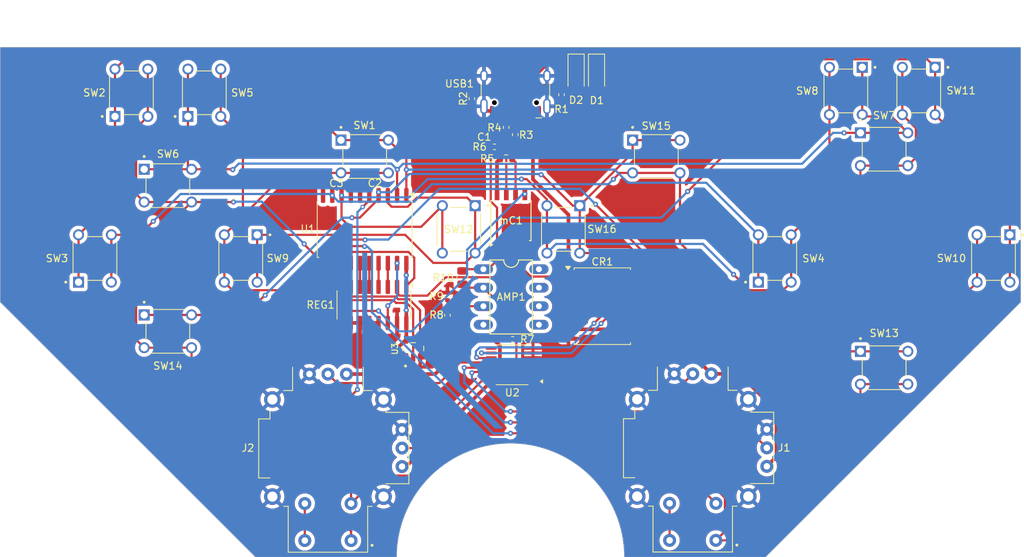
<source format=kicad_pcb>
(kicad_pcb (version 20240108) (generator "pcbnew") (generator_version "8.0")
  (title_block (title "Open Game Pad PS-Like Layout PCB"))
  (layers (0 "F.Cu" signal) (31 "B.Cu" power) (34 "B.Paste" user) (35 "F.Paste" user) (36 "B.SilkS" user "B.Silkscreen") (37 "F.SilkS" user "F.Silkscreen") (38 "B.Mask" user) (39 "F.Mask" user) (44 "Edge.Cuts" user))
  (net 0 "")
  (net 1 "GND")
  (net 2 "+5V")
  (net 3 "/CLK")
  (net 4 "Net-(D1-K)")
  (net 5 "Net-(D2-K)")
  (net 6 "Net-(J1-V)")
  (net 7 "/Y5")
  (net 8 "/X1")
  (net 9 "Net-(J1-H)")
  (net 10 "Net-(J2-V)")
  (net 11 "Net-(J2-H)")
  (net 12 "/X2")
  (net 13 "Net-(mC1-~{RESET}{slash}PB5)")
  (net 14 "/DIN")
  (net 15 "Net-(mC1-PB2)")
  (net 16 "/AIN")
  (net 17 "Net-(mC1-PB1)")
  (net 18 "Net-(REG1-~{PL})")
  (net 19 "/Y1")
  (net 20 "/X3")
  (net 21 "/X4")
  (net 22 "/Y2")
  (net 23 "/Y3")
  (net 24 "/Y4")
  (net 25 "Net-(U1-XOE)")
  (net 27 "Net-(USB1-CC1)")
  (net 28 "Net-(USB1-CC2)")
  (net 29 "Net-(U1-OSC)")
  (net 30 "Net-(U1-KBM)")
  (net 33 "Net-(CR1-Q0)")
  (net 34 "Net-(CR1-Q1)")
  (net 36 "Net-(U2-A)")
  (net 38 "Net-(REG1-D3)")
  (net 39 "Net-(REG1-D5)")
  (net 40 "Net-(REG1-D6)")
  (net 41 "Net-(REG1-D4)")
  (net 42 "Net-(REG1-D7)")
  (net 45 "Net-(AMP1-Pad3)")
  (net 46 "Net-(AMP1-Pad2)")
  (footprint "Package_SO:SOIC-16_3.9x9.9mm_P1.27mm" (layer "F.Cu") (at 126.265 90.375 -90)
    (property "Reference" "REG1")
    (property "Value" "74HC165")
  )
  (footprint "Capacitor_SMD:C_0201_0603Metric" (layer "F.Cu") (at 122.77 73.66 180)
    (property "Reference" "C3")
    (property "Value" "0.1 mkF")
  )
  (footprint "Diode_SMD:D_MiniMELF" (layer "F.Cu") (at 156.8 58.6 -90)
    (property "Reference" "D1")
    (property "Value" "3v6")
  )
  (footprint "Capacitor_SMD:C_0201_0603Metric" (layer "F.Cu") (at 124.68 73.66)
    (property "Reference" "C2")
    (property "Value" "0.01 mkF")
  )
  (footprint "Diode_SMD:D_MiniMELF" (layer "F.Cu") (at 154 58.6 -90)
    (property "Reference" "D2")
    (property "Value" "3v6")
  )
  (footprint "Resistor_SMD:R_0402_1005Metric" (layer "F.Cu") (at 136.35 89.2 90)
    (property "Reference" "R9")
    (property "Value" "R 4.7K")
  )
  (footprint "Resistor_SMD:R_0805_2012Metric" (layer "F.Cu") (at 138.4 86.625 -90)
    (property "Reference" "R10")
    (property "Value" "R 10K")
  )
  (footprint "TS02-66-95-BK-260-LCR-D:SW_TS02-66-95-BK-260-LCR-D" (layer "F.Cu") (at 196.25 99)
    (property "Reference" "SW13")
    (property "Value" "~")
  )
  (footprint "TS02-66-95-BK-260-LCR-D:SW_TS02-66-95-BK-260-LCR-D" (layer "F.Cu") (at 125 70)
    (property "Reference" "SW1")
    (property "Value" "~")
  )
  (footprint "TS02-66-95-BK-260-LCR-D:SW_TS02-66-95-BK-260-LCR-D" (layer "F.Cu") (at 211.25 84 -90)
    (property "Reference" "SW10")
    (property "Value" "~")
  )
  (footprint "TS02-66-95-BK-260-LCR-D:SW_TS02-66-95-BK-260-LCR-D" (layer "F.Cu") (at 196.25 69)
    (property "Reference" "SW7")
    (property "Value" "~")
  )
  (footprint "Package_SO:SOIC-20W_7.5x12.8mm_P1.27mm" (layer "F.Cu") (at 125 80 -90)
    (property "Reference" "U1")
    (property "Value" "MM74C923")
  )
  (footprint "TS02-66-95-BK-260-LCR-D:SW_TS02-66-95-BK-260-LCR-D" (layer "F.Cu") (at 103 61.25 90)
    (property "Reference" "SW5")
    (property "Value" "~")
  )
  (footprint "Package_SO:SOIC-8W_5.3x5.3mm_P1.27mm" (layer "F.Cu") (at 145.06 78.8 90)
    (property "Reference" "mC1")
    (property "Value" "ATtiny85V-20u")
  )
  (footprint "COM-09032:XDCR_COM-09032" (layer "F.Cu") (at 119.96 110.0275 180)
    (property "Reference" "J2")
    (property "Value" "COM-09032")
  )
  (footprint "TS02-66-95-BK-260-LCR-D:SW_TS02-66-95-BK-260-LCR-D" (layer "F.Cu") (at 152.25 80 -90)
    (property "Reference" "SW16")
    (property "Value" "~")
  )
  (footprint "Resistor_SMD:R_0402_1005Metric" (layer "F.Cu") (at 152 61.51 90)
    (property "Reference" "R1")
    (property "Value" "R 5.1K")
  )
  (footprint "Capacitor_SMD:C_0201_0603Metric" (layer "F.Cu") (at 142.96 67.32 180)
    (property "Reference" "C1")
    (property "Value" "100nF")
  )
  (footprint "Resistor_SMD:R_0402_1005Metric" (layer "F.Cu") (at 136.35 91.79 90)
    (property "Reference" "R8")
    (property "Value" "R 4.7K")
  )
  (footprint "TS02-66-95-BK-260-LCR-D:SW_TS02-66-95-BK-260-LCR-D" (layer "F.Cu") (at 201 61 -90)
    (property "Reference" "SW11")
    (property "Value" "~")
  )
  (footprint "Package_SO:TSSOP-16_4.4x5mm_P0.65mm" (layer "F.Cu") (at 145.2225 98.6 180)
    (property "Reference" "U2")
    (property "Value" "74HC4051")
  )
  (footprint "TS02-66-95-BK-260-LCR-D:SW_TS02-66-95-BK-260-LCR-D" (layer "F.Cu") (at 108 84 -90)
    (property "Reference" "SW9")
    (property "Value" "~")
  )
  (footprint "TS02-66-95-BK-260-LCR-D:SW_TS02-66-95-BK-260-LCR-D" (layer "F.Cu") (at 98 74)
    (property "Reference" "SW6")
    (property "Value" "~")
  )
  (footprint "TS02-66-95-BK-260-LCR-D:SW_TS02-66-95-BK-260-LCR-D" (layer "F.Cu") (at 98 94)
    (property "Reference" "SW14")
    (property "Value" "~")
  )
  (footprint "Resistor_SMD:R_0402_1005Metric" (layer "F.Cu") (at 145.3 95.1)
    (property "Reference" "R7")
    (property "Value" "R 10K")
  )
  (footprint "Resistor_SMD:R_0402_1005Metric" (layer "F.Cu") (at 142.8 68.675)
    (property "Reference" "R6")
    (property "Value" "R 10K")
  )
  (footprint "Package_SO:SOIC-16W_7.5x10.3mm_P1.27mm" (layer "F.Cu") (at 157.6 90.55)
    (property "Reference" "CR1")
    (property "Value" "74HC163")
  )
  (footprint "TS02-66-95-BK-260-LCR-D:SW_TS02-66-95-BK-260-LCR-D" (layer "F.Cu") (at 165 70)
    (property "Reference" "SW15")
    (property "Value" "~")
  )
  (footprint "Resistor_SMD:R_0402_1005Metric" (layer "F.Cu") (at 139.7 62.05 90)
    (property "Reference" "R2")
    (property "Value" "R 5.1K")
  )
  (footprint "Resistor_SMD:R_0603_1608Metric" (layer "F.Cu") (at 144.4 70.3 180)
    (property "Reference" "R5")
    (property "Value" "R 1.5K")
  )
  (footprint "COM-09032:XDCR_COM-09032" (layer "F.Cu") (at 170 110 180)
    (property "Reference" "J1")
    (property "Value" "COM-09032")
  )
  (footprint "Resistor_SMD:R_0402_1005Metric" (layer "F.Cu") (at 145.65 67 90)
    (property "Reference" "R3")
    (property "Value" "R 75")
  )
  (footprint "LM358:DIL8" (layer "F.Cu") (at 145.09 89.28 -90)
    (property "Reference" "AMP1")
    (property "Value" "LM358")
  )
  (footprint "TS02-66-95-BK-260-LCR-D:SW_TS02-66-95-BK-260-LCR-D" (layer "F.Cu") (at 191 61 -90)
    (property "Reference" "SW8")
    (property "Value" "~")
  )
  (footprint "SN74AHC1G04DBVR:SOT95P280X145-5N" (layer "F.Cu") (at 131.65 96.355 90)
    (property "Reference" "U3")
    (property "Value" "SN74AHC1G04DBVR")
  )
  (footprint "TS02-66-95-BK-260-LCR-D:SW_TS02-66-95-BK-260-LCR-D" (layer "F.Cu") (at 88 84 90)
    (property "Reference" "SW3")
    (property "Value" "~")
  )
  (footprint "Connector_USB:USB_C_Receptacle_HCTL_HC-TYPE-C-16P-01A" (layer "F.Cu") (at 145.68 60 180)
    (property "Reference" "USB1")
    (property "Value" "USB_C_Receptacle_USB2.0_14P")
  )
  (footprint "TS02-66-95-BK-260-LCR-D:SW_TS02-66-95-BK-260-LCR-D" (layer "F.Cu") (at 93 61.25 90)
    (property "Reference" "SW2")
    (property "Value" "~")
  )
  (footprint "TS02-66-95-BK-260-LCR-D:SW_TS02-66-95-BK-260-LCR-D" (layer "F.Cu") (at 137.9 80 -90)
    (property "Reference" "SW12")
    (property "Value" "~")
  )
  (footprint "TS02-66-95-BK-260-LCR-D:SW_TS02-66-95-BK-260-LCR-D" (layer "F.Cu") (at 181.25 84 90)
    (property "Reference" "SW4")
    (property "Value" "~")
  )
  (footprint "Resistor_SMD:R_0402_1005Metric" (layer "F.Cu") (at 144.4 66 90)
    (property "Reference" "R4")
    (property "Value" "R 75")
  )
  (gr_line (start 110 125) (end 129.398718 125) (stroke (width 0.05)) (layer "Edge.Cuts"))
  (gr_line (start 215 90) (end 215 55) (stroke (width 0.05)) (layer "Edge.Cuts"))
  (gr_line (start 75 90) (end 75 55) (stroke (width 0.05)) (layer "Edge.Cuts"))
  (gr_line (start 75 90) (end 110 125) (stroke (width 0.05)) (layer "Edge.Cuts"))
  (gr_line (start 180 125) (end 215 90) (stroke (width 0.05)) (layer "Edge.Cuts"))
  (gr_arc (start 129.398718 125) (mid 145 109.398718) (end 160.601282 125) (stroke (width 0.05)) (layer "Edge.Cuts"))
  (gr_line (start 215 55) (end 75 55) (stroke (width 0.05)) (layer "Edge.Cuts"))
  (gr_line (start 160.601282 125) (end 180 125) (stroke (width 0.05)) (layer "Edge.Cuts"))
  (segment (start 166.825 122.7) (end 166.825 117.62) (width 0.3) (layer "F.Cu") (net 0))
  (segment (start 116.785 122.7275) (end 116.785 117.6475) (width 0.3) (layer "F.Cu") (net 0))
  (segment (start 162.875 93.725) (end 162.25 93.725) (width 0.5) (layer "F.Cu") (net 2))
  (segment (start 152.95 86.105) (end 152.95 77.997286) (width 0.5) (layer "F.Cu") (net 2))
  (segment (start 130.6675 112.5675) (end 142.36 100.875) (width 0.5) (layer "F.Cu") (net 2))
  (segment (start 130.7 84.665) (end 130.715 84.65) (width 0.5) (layer "F.Cu") (net 2))
  (segment (start 172.54 99.84) (end 176.380343 99.84) (width 0.5) (layer "F.Cu") (net 2))
  (segment (start 143.28 68.645) (end 143.31 68.675) (width 0.5) (layer "F.Cu") (net 2))
  (segment (start 130.7 95.1) (end 125.9325 99.8675) (width 0.5) (layer "F.Cu") (net 2))
  (segment (start 136.35 92.3) (end 139.29 95.24) (width 0.5) (layer "F.Cu") (net 2))
  (segment (start 162.25 93.725) (end 162.25 94.995) (width 0.5) (layer "F.Cu") (net 2))
  (segment (start 142.793088 95.24) (end 143.5475 95.994412) (width 0.5) (layer "F.Cu") (net 2))
  (segment (start 152.95 93.725) (end 162.25 93.725) (width 0.5) (layer "F.Cu") (net 2))
  (segment (start 143.5475 95.994412) (end 143.5475 100.555588) (width 0.5) (layer "F.Cu") (net 2))
  (segment (start 130.12 112.5675) (end 130.6675 112.5675) (width 0.5) (layer "F.Cu") (net 2))
  (segment (start 162.857684 86.105) (end 163.725 86.972316) (width 0.5) (layer "F.Cu") (net 2))
  (segment (start 181.499 111.201) (end 180.16 112.54) (width 0.5) (layer "F.Cu") (net 2))
  (segment (start 134.6625 99.8675) (end 139.29 95.24) (width 0.5) (layer "F.Cu") (net 2))
  (segment (start 143.28 63.745) (end 143.28 68.645) (width 0.5) (layer "F.Cu") (net 2))
  (segment (start 143.15 73) (end 143.15 70.725) (width 0.5) (layer "F.Cu") (net 2))
  (segment (start 125.8 99.8675) (end 134.6625 99.8675) (width 0.5) (layer "F.Cu") (net 2))
  (segment (start 130.71 95.09) (end 130.7 95.1) (width 0.5) (layer "F.Cu") (net 2))
  (segment (start 155.67 101.575) (end 144.566912 101.575) (width 0.5) (layer "F.Cu") (net 2))
  (segment (start 163.725 92.875) (end 163.67 92.93) (width 0.5) (layer "F.Cu") (net 2))
  (segment (start 162.25 94.995) (end 155.67 101.575) (width 0.5) (layer "F.Cu") (net 2))
  (segment (start 125.8 99.8675) (end 122.5 99.8675) (width 0.5) (layer "F.Cu") (net 2))
  (segment (start 143.31 68.675) (end 143.31 70.035) (width 0.5) (layer "F.Cu") (net 2))
  (segment (start 163.67 92.93) (end 162.875 93.725) (width 0.5) (layer "F.Cu") (net 2))
  (segment (start 143.15 75.145) (end 143.155 75.15) (width 0.5) (layer "F.Cu") (net 2))
  (segment (start 130.71 92.85) (end 130.71 91.11) (width 0.5) (layer "F.Cu") (net 2))
  (segment (start 143.31 70.035) (end 143.575 70.3) (width 0.5) (layer "F.Cu") (net 2))
  (segment (start 162.25 86.105) (end 162.857684 86.105) (width 0.5) (layer "F.Cu") (net 2))
  (segment (start 181.499 104.958657) (end 181.499 111.201) (width 0.5) (layer "F.Cu") (net 2))
  (segment (start 163.67 92.93) (end 165.63 92.93) (width 0.5) (layer "F.Cu") (net 2))
  (segment (start 125.9325 99.8675) (end 125.8 99.8675) (width 0.5) (layer "F.Cu") (net 2))
  (segment (start 165.63 92.93) (end 172.54 99.84) (width 0.5) (layer "F.Cu") (net 2))
  (segment (start 143.15 70.725) (end 143.575 70.3) (width 0.5) (layer "F.Cu") (net 2))
  (segment (start 163.725 86.972316) (end 163.725 92.875) (width 0.5) (layer "F.Cu") (net 2))
  (segment (start 130.71 92.725) (end 130.71 95.09) (width 0.5) (layer "F.Cu") (net 2))
  (segment (start 143.15 73) (end 143.15 75.145) (width 0.5) (layer "F.Cu") (net 2))
  (segment (start 139.29 95.24) (end 142.793088 95.24) (width 0.5) (layer "F.Cu") (net 2))
  (segment (start 130.7 86.3) (end 130.7 84.665) (width 0.5) (layer "F.Cu") (net 2))
  (segment (start 176.380343 99.84) (end 181.499 104.958657) (width 0.5) (layer "F.Cu") (net 2))
  (segment (start 130.71 91.11) (end 130.7 91.1) (width 0.5) (layer "F.Cu") (net 2))
  (segment (start 143.228088 100.875) (end 142.36 100.875) (width 0.5) (layer "F.Cu") (net 2))
  (segment (start 152.95 77.997286) (end 148.08 73.127286) (width 0.5) (layer "F.Cu") (net 2))
  (segment (start 148.08 73.127286) (end 148.08 63.745) (width 0.5) (layer "F.Cu") (net 2))
  (segment (start 144.566912 101.575) (end 143.5475 100.555588) (width 0.5) (layer "F.Cu") (net 2))
  (segment (start 143.5475 100.555588) (end 143.228088 100.875) (width 0.5) (layer "F.Cu") (net 2))
  (via (at 130.7 91.1) (size 0.7) (drill 0.3) (layers "F.Cu" "B.Cu") (net 2))
  (via (at 130.7 86.3) (size 0.7) (drill 0.3) (layers "F.Cu" "B.Cu") (net 2))
  (segment (start 130.7 91.1) (end 130.7 86.3) (width 0.5) (layer "B.Cu") (net 2))
  (segment (start 152.95 87.375) (end 151.925001 87.375) (width 0.3) (layer "F.Cu") (net 3))
  (segment (start 133.6 89.1) (end 129.8 89.1) (width 0.3) (layer "F.Cu") (net 3))
  (segment (start 147.7804 86.4804) (end 145.695 84.395) (width 0.3) (layer "F.Cu") (net 3))
  (segment (start 129.8 89.1) (end 129.44 88.74) (width 0.3) (layer "F.Cu") (net 3))
  (segment (start 145.695 84.395) (end 145.695 82.45) (width 0.3) (layer "F.Cu") (net 3))
  (segment (start 136.125 86.575) (end 133.6 89.1) (width 0.3) (layer "F.Cu") (net 3))
  (segment (start 129.44 87.358738) (end 129.44 87.775) (width 0.3) (layer "F.Cu") (net 3))
  (segment (start 129.44 88.74) (end 129.44 87.775) (width 0.3) (layer "F.Cu") (net 3))
  (segment (start 145.695 84.395) (end 143.515 86.575) (width 0.3) (layer "F.Cu") (net 3))
  (segment (start 143.515 86.575) (end 136.125 86.575) (width 0.3) (layer "F.Cu") (net 3))
  (segment (start 151.030401 86.4804) (end 147.7804 86.4804) (width 0.3) (layer "F.Cu") (net 3))
  (segment (start 151.925001 87.375) (end 151.030401 86.4804) (width 0.3) (layer "F.Cu") (net 3))
  (segment (start 146.43 62.09) (end 146.43 63.745) (width 0.3) (layer "F.Cu") (net 4))
  (segment (start 146.43 63.745) (end 146.43 64.49812) (width 0.3) (layer "F.Cu") (net 4))
  (segment (start 146.43 64.49812) (end 145.65 65.27812) (width 0.3) (layer "F.Cu") (net 4))
  (segment (start 150.92 60.18) (end 148.34 60.18) (width 0.3) (layer "F.Cu") (net 4))
  (segment (start 155.8 57.85) (end 153.25 57.85) (width 0.3) (layer "F.Cu") (net 4))
  (segment (start 148.34 60.18) (end 146.43 62.09) (width 0.3) (layer "F.Cu") (net 4))
  (segment (start 145.65 65.27812) (end 145.65 66.49) (width 0.3) (layer "F.Cu") (net 4))
  (segment (start 156.8 56.85) (end 155.8 57.85) (width 0.3) (layer "F.Cu") (net 4))
  (segment (start 153.25 57.85) (end 150.92 60.18) (width 0.3) (layer "F.Cu") (net 4))
  (segment (start 144.4 65.49) (end 144.93 64.96) (width 0.3) (layer "F.Cu") (net 5))
  (segment (start 144.93 62.492918) (end 144.93 63.745) (width 0.3) (layer "F.Cu") (net 5))
  (segment (start 154 56.85) (end 150.572918 56.85) (width 0.3) (layer "F.Cu") (net 5))
  (segment (start 150.572918 56.85) (end 144.93 62.492918) (width 0.3) (layer "F.Cu") (net 5))
  (segment (start 144.93 64.96) (end 144.93 63.745) (width 0.3) (layer "F.Cu") (net 5))
  (segment (start 176.66 106.5) (end 180.16 110) (width 0.3) (layer "F.Cu") (net 6))
  (segment (start 138.65 99) (end 142.285 99) (width 0.3) (layer "F.Cu") (net 6))
  (segment (start 142.285 99) (end 142.36 98.925) (width 0.3) (layer "F.Cu") (net 6))
  (segment (start 145 106.5) (end 176.66 106.5) (width 0.3) (layer "F.Cu") (net 6))
  (via (at 138.65 99) (size 0.7) (drill 0.3) (layers "F.Cu" "B.Cu") (net 6))
  (via (at 145 106.5) (size 0.7) (drill 0.3) (layers "F.Cu" "B.Cu") (net 6))
  (segment (start 145 106.5) (end 144.1 106.5) (width 0.3) (layer "B.Cu") (net 6))
  (segment (start 138.65 101.05) (end 138.65 99) (width 0.3) (layer "B.Cu") (net 6))
  (segment (start 144.1 106.5) (end 138.65 101.05) (width 0.3) (layer "B.Cu") (net 6))
  (segment (start 124.725 76.925) (end 125.635 76.015) (width 0.3) (layer "F.Cu") (net 7))
  (segment (start 126.976 113.8065) (end 133.7935 113.8065) (width 0.3) (layer "F.Cu") (net 7))
  (segment (start 123.135 102.865) (end 124 102) (width 0.3) (layer "F.Cu") (net 7))
  (segment (start 125.635 76.015) (end 125.635 75.35) (width 0.3) (layer "F.Cu") (net 7))
  (segment (start 125.635 75.745552) (end 125.635 75.35) (width 0.2) (layer "F.Cu") (net 7))
  (segment (start 164.555 109) (end 173.175 117.62) (width 0.3) (layer "F.Cu") (net 7))
  (segment (start 123.135 117.6475) (end 126.976 113.8065) (width 0.3) (layer "F.Cu") (net 7))
  (segment (start 138.6 109) (end 164.555 109) (width 0.3) (layer "F.Cu") (net 7))
  (segment (start 123.135 117.6475) (end 123.135 102.865) (width 0.3) (layer "F.Cu") (net 7))
  (segment (start 133.7935 113.8065) (end 138.6 109) (width 0.3) (layer "F.Cu") (net 7))
  (via (at 124 102) (size 0.7) (drill 0.3) (layers "F.Cu" "B.Cu") (net 7))
  (via (at 124.725 76.925) (size 0.6) (drill 0.3) (layers "F.Cu" "B.Cu") (net 7))
  (segment (start 124 77.65) (end 124 102) (width 0.3) (layer "B.Cu") (net 7))
  (segment (start 124.725 76.925) (end 124 77.65) (width 0.3) (layer "B.Cu") (net 7))
  (segment (start 117.411 88.354) (end 120.555 85.21) (width 0.3) (layer "F.Cu") (net 8))
  (segment (start 105.75 80.75) (end 108.295 78.205) (width 0.3) (layer "F.Cu") (net 8))
  (segment (start 114.2 72.25) (end 108.295 78.155) (width 0.3) (layer "F.Cu") (net 8))
  (segment (start 193 101.25) (end 199.5 101.25) (width 0.3) (layer "F.Cu") (net 8))
  (segment (start 121.880001 82.3) (end 120.555 83.625001) (width 0.3) (layer "F.Cu") (net 8))
  (segment (start 105.75 87.25) (end 106.854 88.354) (width 0.3) (layer "F.Cu") (net 8))
  (segment (start 145 108) (end 165.54 108) (width 0.3) (layer "F.Cu") (net 8))
  (segment (start 175.425 122.7) (end 193 105.125) (width 0.3) (layer "F.Cu") (net 8))
  (segment (start 174.414 121.461) (end 173.175 122.7) (width 0.3) (layer "F.Cu") (net 8))
  (segment (start 105.25 58) (end 105.25 64.5) (width 0.3) (layer "F.Cu") (net 8))
  (segment (start 124.980973 82.347351) (end 124.933622 82.3) (width 0.3) (layer "F.Cu") (net 8))
  (segment (start 120.555 83.625001) (end 120.555 84.65) (width 0.3) (layer "F.Cu") (net 8))
  (segment (start 165.54 108) (end 174.414 116.874) (width 0.3) (layer "F.Cu") (net 8))
  (segment (start 124.933622 82.3) (end 121.880001 82.3) (width 0.3) (layer "F.Cu") (net 8))
  (segment (start 105.25 64.5) (end 108.295 67.545) (width 0.3) (layer "F.Cu") (net 8))
  (segment (start 108.295 78.155) (end 108.295 78.205) (width 0.3) (layer "F.Cu") (net 8))
  (segment (start 120.555 85.21) (end 120.555 84.65) (width 0.3) (layer "F.Cu") (net 8))
  (segment (start 108.295 67.545) (end 108.295 78.205) (width 0.3) (layer "F.Cu") (net 8))
  (segment (start 106.854 88.354) (end 117.411 88.354) (width 0.3) (layer "F.Cu") (net 8))
  (segment (start 105.75 80.75) (end 105.75 87.25) (width 0.3) (layer "F.Cu") (net 8))
  (segment (start 173.175 122.7) (end 175.425 122.7) (width 0.3) (layer "F.Cu") (net 8))
  (segment (start 121.75 72.25) (end 114.2 72.25) (width 0.3) (layer "F.Cu") (net 8))
  (segment (start 121.75 72.25) (end 128.25 72.25) (width 0.3) (layer "F.Cu") (net 8))
  (segment (start 174.414 116.874) (end 174.414 121.461) (width 0.3) (layer "F.Cu") (net 8))
  (segment (start 193 105.125) (end 193 101.25) (width 0.3) (layer "F.Cu") (net 8))
  (via (at 124.980973 82.347351) (size 0.7) (drill 0.3) (layers "F.Cu" "B.Cu") (net 8))
  (via (at 145 108) (size 0.7) (drill 0.3) (layers "F.Cu" "B.Cu") (net 8))
  (segment (start 126 91.4) (end 142.6 108) (width 0.3) (layer "B.Cu") (net 8))
  (segment (start 126 83) (end 126 91.4) (width 0.3) (layer "B.Cu") (net 8))
  (segment (start 124.980973 82.347351) (end 125.347351 82.347351) (width 0.3) (layer "B.Cu") (net 8))
  (segment (start 125.347351 82.347351) (end 126 83) (width 0.3) (layer "B.Cu") (net 8))
  (segment (start 142.6 108) (end 145 108) (width 0.3) (layer "B.Cu") (net 8))
  (segment (start 139.7 99.7) (end 139.825 99.575) (width 0.3) (layer "F.Cu") (net 9))
  (segment (start 164.84 105) (end 170 99.84) (width 0.3) (layer "F.Cu") (net 9))
  (segment (start 139.825 99.575) (end 142.36 99.575) (width 0.3) (layer "F.Cu") (net 9))
  (segment (start 145 105) (end 164.84 105) (width 0.3) (layer "F.Cu") (net 9))
  (via (at 145 105) (size 0.7) (drill 0.3) (layers "F.Cu" "B.Cu") (net 9))
  (via (at 139.7 99.7) (size 0.7) (drill 0.3) (layers "F.Cu" "B.Cu") (net 9))
  (segment (start 139.7 100.4) (end 139.7 99.7) (width 0.3) (layer "B.Cu") (net 9))
  (segment (start 145 105) (end 144.3 105) (width 0.3) (layer "B.Cu") (net 9))
  (segment (start 144.3 105) (end 139.7 100.4) (width 0.3) (layer "B.Cu") (net 9))
  (segment (start 141.633332 100.225) (end 142.36 100.225) (width 0.3) (layer "F.Cu") (net 10))
  (segment (start 130.12 110.0275) (end 131.830832 110.0275) (width 0.3) (layer "F.Cu") (net 10))
  (segment (start 131.830832 110.0275) (end 141.633332 100.225) (width 0.3) (layer "F.Cu") (net 10))
  (segment (start 138.075 98.275) (end 142.36 98.275) (width 0.3) (layer "F.Cu") (net 11))
  (segment (start 119.96 99.8675) (end 121.199 101.1065) (width 0.3) (layer "F.Cu") (net 11))
  (segment (start 135.2435 101.1065) (end 138.075 98.275) (width 0.3) (layer "F.Cu") (net 11))
  (segment (start 121.199 101.1065) (end 135.2435 101.1065) (width 0.3) (layer "F.Cu") (net 11))
  (segment (start 95.25 64.5) (end 93.646 66.104) (width 0.3) (layer "F.Cu") (net 12))
  (segment (start 123.135 121.470265) (end 101.25 99.585265) (width 0.3) (layer "F.Cu") (net 12))
  (segment (start 93.646 83.854) (end 93.646 95.146) (width 0.3) (layer "F.Cu") (net 12))
  (segment (start 121.65 81.4) (end 119.285 83.765) (width 0.3) (layer "F.Cu") (net 12))
  (segment (start 101.25 99.585265) (end 101.25 96.25) (width 0.3) (layer "F.Cu") (net 12))
  (segment (start 93.646 95.146) (end 94.75 96.25) (width 0.3) (layer "F.Cu") (net 12))
  (segment (start 94.75 76.25) (end 101.25 76.25) (width 0.3) (layer "F.Cu") (net 12))
  (segment (start 116.7 82.065) (end 119.285 84.65) (width 0.3) (layer "F.Cu") (net 12))
  (segment (start 107 76.25) (end 101.25 76.25) (width 0.3) (layer "F.Cu") (net 12))
  (segment (start 116.7 82) (end 116.7 82.065) (width 0.3) (layer "F.Cu") (net 12))
  (segment (start 209 80.75) (end 209 87.25) (width 0.3) (layer "F.Cu") (net 12))
  (segment (start 125.05 81.45) (end 125 81.4) (width 0.3) (layer "F.Cu") (net 12))
  (segment (start 101.25 76.25) (end 93.646 83.854) (width 0.3) (layer "F.Cu") (net 12))
  (segment (start 95.25 58) (end 95.25 64.5) (width 0.3) (layer "F.Cu") (net 12))
  (segment (start 204.35 91.9) (end 172 91.9) (width 0.3) (layer "F.Cu") (net 12))
  (segment (start 93.646 75.146) (end 94.75 76.25) (width 0.3) (layer "F.Cu") (net 12))
  (segment (start 125 81.4) (end 121.65 81.4) (width 0.3) (layer "F.Cu") (net 12))
  (segment (start 94.75 96.25) (end 101.25 96.25) (width 0.3) (layer "F.Cu") (net 12))
  (segment (start 93.646 66.104) (end 93.646 75.146) (width 0.3) (layer "F.Cu") (net 12))
  (segment (start 119.285 83.765) (end 119.285 84.65) (width 0.3) (layer "F.Cu") (net 12))
  (segment (start 172 91.9) (end 156.65 76.55) (width 0.3) (layer "F.Cu") (net 12))
  (segment (start 123.135 122.7275) (end 123.135 121.470265) (width 0.3) (layer "F.Cu") (net 12))
  (segment (start 209 87.25) (end 204.35 91.9) (width 0.3) (layer "F.Cu") (net 12))
  (via (at 107 76.25) (size 0.7) (drill 0.3) (layers "F.Cu" "B.Cu") (net 12))
  (via (at 125.05 81.45) (size 0.7) (drill 0.3) (layers "F.Cu" "B.Cu") (net 12))
  (via (at 116.7 82) (size 0.7) (drill 0.3) (layers "F.Cu" "B.Cu") (net 12))
  (via (at 156.65 76.55) (size 0.7) (drill 0.3) (layers "F.Cu" "B.Cu") (net 12))
  (segment (start 107 76.25) (end 107.05 76.2) (width 0.3) (layer "B.Cu") (net 12))
  (segment (start 128.25 81.4) (end 135.2 74.45) (width 0.3) (layer "B.Cu") (net 12))
  (segment (start 107.05 76.2) (end 110.9 76.2) (width 0.3) (layer "B.Cu") (net 12))
  (segment (start 125.05 81.45) (end 125.1 81.4) (width 0.3) (layer "B.Cu") (net 12))
  (segment (start 135.2 74.45) (end 154.55 74.45) (width 0.3) (layer "B.Cu") (net 12))
  (segment (start 125.1 81.4) (end 128.25 81.4) (width 0.3) (layer "B.Cu") (net 12))
  (segment (start 110.9 76.2) (end 116.7 82) (width 0.3) (layer "B.Cu") (net 12))
  (segment (start 154.55 74.45) (end 156.65 76.55) (width 0.3) (layer "B.Cu") (net 12))
  (segment (start 142.29 68.675) (end 142.29 76.16) (width 0.3) (layer "F.Cu") (net 13))
  (segment (start 143.155 77.025) (end 143.155 82.45) (width 0.3) (layer "F.Cu") (net 13))
  (segment (start 142.29 76.16) (end 143.155 77.025) (width 0.3) (layer "F.Cu") (net 13))
  (segment (start 126.9 91.2) (end 122.370001 91.2) (width 0.3) (layer "F.Cu") (net 14))
  (segment (start 121.82 91.750001) (end 121.82 92.725) (width 0.3) (layer "F.Cu") (net 14))
  (segment (start 122.370001 91.2) (end 121.82 91.750001) (width 0.3) (layer "F.Cu") (net 14))
  (via (at 146.965 75.15) (size 0.7) (drill 0.3) (layers "F.Cu" "B.Cu") (net 14))
  (via (at 126.9 91.2) (size 0.7) (drill 0.3) (layers "F.Cu" "B.Cu") (net 14))
  (segment (start 139.046 86.404) (end 139.046 82.792708) (width 0.3) (layer "B.Cu") (net 14))
  (segment (start 126.9 91.2) (end 129.7 94) (width 0.3) (layer "B.Cu") (net 14))
  (segment (start 131.45 94) (end 139.046 86.404) (width 0.3) (layer "B.Cu") (net 14))
  (segment (start 129.7 94) (end 131.45 94) (width 0.3) (layer "B.Cu") (net 14))
  (segment (start 146.688708 75.15) (end 146.965 75.15) (width 0.3) (layer "B.Cu") (net 14))
  (segment (start 139.046 82.792708) (end 146.688708 75.15) (width 0.3) (layer "B.Cu") (net 14))
  (segment (start 144.425 66.535) (end 144.4 66.51) (width 0.3) (layer "F.Cu") (net 15))
  (segment (start 144.425 75.15) (end 144.425 66.535) (width 0.3) (layer "F.Cu") (net 15))
  (segment (start 141.93 85.47) (end 141.28 85.47) (width 0.3) (layer "F.Cu") (net 16))
  (segment (start 144.425 82.45) (end 144.425 82.975) (width 0.3) (layer "F.Cu") (net 16))
  (segment (start 144.425 82.975) (end 141.93 85.47) (width 0.3) (layer "F.Cu") (net 16))
  (segment (start 138.6425 85.47) (end 138.4 85.7125) (width 0.3) (layer "F.Cu") (net 16))
  (segment (start 141.28 85.47) (end 138.6425 85.47) (width 0.3) (layer "F.Cu") (net 16))
  (segment (start 145.695 70.77) (end 145.225 70.3) (width 0.3) (layer "F.Cu") (net 17))
  (segment (start 145.65 67.51) (end 145.65 69.875) (width 0.3) (layer "F.Cu") (net 17))
  (segment (start 145.695 75.15) (end 145.695 70.77) (width 0.3) (layer "F.Cu") (net 17))
  (segment (start 145.65 69.875) (end 145.225 70.3) (width 0.3) (layer "F.Cu") (net 17))
  (segment (start 128.925 89.725) (end 121.251632 89.725) (width 0.3) (layer "F.Cu") (net 18))
  (segment (start 131 83.1) (end 122.350001 83.1) (width 0.3) (layer "F.Cu") (net 18))
  (segment (start 121.251632 89.725) (end 120.6 89.073368) (width 0.3) (layer "F.Cu") (net 18))
  (segment (start 131.65 91) (end 130.75 90.1) (width 0.3) (layer "F.Cu") (net 18))
  (segment (start 130.71 87.775) (end 131.8 86.685) (width 0.3) (layer "F.Cu") (net 18))
  (segment (start 122.350001 83.1) (end 121.825 83.625001) (width 0.3) (layer "F.Cu") (net 18))
  (segment (start 131.65 97.61) (end 131.65 91) (width 0.3) (layer "F.Cu") (net 18))
  (segment (start 131.8 83.9) (end 131 83.1) (width 0.3) (layer "F.Cu") (net 18))
  (segment (start 129.3 90.1) (end 128.925 89.725) (width 0.3) (layer "F.Cu") (net 18))
  (segment (start 120.6 89.073368) (end 120.6 86.341262) (width 0.3) (layer "F.Cu") (net 18))
  (segment (start 120.6 86.341262) (end 121.825 85.116262) (width 0.3) (layer "F.Cu") (net 18))
  (segment (start 121.825 83.625001) (end 121.825 84.65) (width 0.3) (layer "F.Cu") (net 18))
  (segment (start 131.8 86.685) (end 131.8 83.9) (width 0.3) (layer "F.Cu") (net 18))
  (segment (start 121.825 85.116262) (end 121.825 84.65) (width 0.3) (layer "F.Cu") (net 18))
  (segment (start 130.75 90.1) (end 129.3 90.1) (width 0.3) (layer "F.Cu") (net 18))
  (segment (start 121.75 67.75) (end 110.396 56.396) (width 0.3) (layer "F.Cu") (net 19))
  (segment (start 130.715 71.8) (end 130.715 75.35) (width 0.3) (layer "F.Cu") (net 19))
  (segment (start 90.75 64.5) (end 90.75 58) (width 0.3) (layer "F.Cu") (net 19))
  (segment (start 121.75 67.75) (end 128.25 67.75) (width 0.3) (layer "F.Cu") (net 19))
  (segment (start 92.354 56.396) (end 90.75 58) (width 0.3) (layer "F.Cu") (net 19))
  (segment (start 90.75 75.75) (end 85.75 80.75) (width 0.3) (layer "F.Cu") (net 19))
  (segment (start 130.715 71.8) (end 130.715 70.215) (width 0.3) (layer "F.Cu") (net 19))
  (segment (start 85.75 80.75) (end 85.75 87.25) (width 0.3) (layer "F.Cu") (net 19))
  (segment (start 110.396 56.396) (end 92.354 56.396) (width 0.3) (layer "F.Cu") (net 19))
  (segment (start 130.715 70.215) (end 128.25 67.75) (width 0.3) (layer "F.Cu") (net 19))
  (segment (start 90.75 64.5) (end 90.75 75.75) (width 0.3) (layer "F.Cu") (net 19))
  (segment (start 179 80.75) (end 179 87.25) (width 0.3) (layer "F.Cu") (net 19))
  (via (at 130.715 71.8) (size 0.7) (drill 0.3) (layers "F.Cu" "B.Cu") (net 19))
  (segment (start 159.3 71.8) (end 161.1 73.6) (width 0.3) (layer "B.Cu") (net 19))
  (segment (start 130.715 71.8) (end 159.3 71.8) (width 0.3) (layer "B.Cu") (net 19))
  (segment (start 161.1 73.6) (end 171.85 73.6) (width 0.3) (layer "B.Cu") (net 19))
  (segment (start 171.85 73.6) (end 179 80.75) (width 0.3) (layer "B.Cu") (net 19))
  (segment (start 193 71.25) (end 199.5 71.25) (width 0.3) (layer "F.Cu") (net 20))
  (segment (start 159.98995 72.25) (end 161.75 72.25) (width 0.3) (layer "F.Cu") (net 20))
  (segment (start 94.15 80.75) (end 96 78.9) (width 0.3) (layer "F.Cu") (net 20))
  (segment (start 161.75 72.25) (end 168.25 72.25) (width 0.3) (layer "F.Cu") (net 20))
  (segment (start 90.25 80.75) (end 90.25 87.25) (width 0.3) (layer "F.Cu") (net 20))
  (segment (start 184.2 90) (end 193 81.2) (width 0.3) (layer "F.Cu") (net 20))
  (segment (start 193 81.2) (end 193 71.25) (width 0.3) (layer "F.Cu") (net 20))
  (segment (start 200.604 66.104) (end 198.75 64.25) (width 0.3) (layer "F.Cu") (net 20))
  (segment (start 168.25 72.25) (end 168.25 81.85) (width 0.3) (layer "F.Cu") (net 20))
  (segment (start 176.4 90) (end 184.2 90) (width 0.3) (layer "F.Cu") (net 20))
  (segment (start 159.119975 73.119975) (end 159.98995 72.25) (width 0.3) (layer "F.Cu") (net 20))
  (segment (start 198.75 64.25) (end 198.75 57.75) (width 0.3) (layer "F.Cu") (net 20))
  (segment (start 90.25 80.75) (end 94.15 80.75) (width 0.3) (layer "F.Cu") (net 20))
  (segment (start 200.604 70.146) (end 200.604 66.104) (width 0.3) (layer "F.Cu") (net 20))
  (segment (start 168.25 81.85) (end 176.4 90) (width 0.3) (layer "F.Cu") (net 20))
  (segment (start 199.5 71.25) (end 200.604 70.146) (width 0.3) (layer "F.Cu") (net 20))
  (via (at 120.555 75.35) (size 0.7) (drill 0.3) (layers "F.Cu" "B.Cu") (net 20))
  (via (at 96 78.9) (size 0.7) (drill 0.3) (layers "F.Cu" "B.Cu") (net 20))
  (via (at 159.119975 73.119975) (size 0.7) (drill 0.3) (layers "F.Cu" "B.Cu") (net 20))
  (via (at 120.555 75.35) (size 0.7) (drill 0.3) (layers "F.Cu" "B.Cu") (net 20))
  (segment (start 131.8 76.2) (end 121.405 76.2) (width 0.3) (layer "B.Cu") (net 20))
  (segment (start 134.2 73.8) (end 131.8 76.2) (width 0.3) (layer "B.Cu") (net 20))
  (segment (start 120.351 75.146) (end 120.555 75.35) (width 0.3) (layer "B.Cu") (net 20))
  (segment (start 96 78.9) (end 99.754 75.146) (width 0.3) (layer "B.Cu") (net 20))
  (segment (start 121.405 76.2) (end 120.555 75.35) (width 0.3) (layer "B.Cu") (net 20))
  (segment (start 99.754 75.146) (end 120.351 75.146) (width 0.3) (layer "B.Cu") (net 20))
  (segment (start 158.43995 73.8) (end 134.2 73.8) (width 0.3) (layer "B.Cu") (net 20))
  (segment (start 159.119975 73.119975) (end 158.43995 73.8) (width 0.3) (layer "B.Cu") (net 20))
  (segment (start 150 75.895814) (end 150 76.75) (width 0.3) (layer "F.Cu") (net 21))
  (segment (start 183.5 80.75) (end 188.75 75.5) (width 0.3) (layer "F.Cu") (net 21))
  (segment (start 150 76.75) (end 150 83.25) (width 0.3) (layer "F.Cu") (net 21))
  (segment (start 146.5 73.1) (end 147.204186 73.1) (width 0.3) (layer "F.Cu") (net 21))
  (segment (start 132.75 79.65) (end 122.96005 79.65) (width 0.3) (layer "F.Cu") (net 21))
  (segment (start 182.396 88.354) (end 177.754 88.354) (width 0.3) (layer "F.Cu") (net 21))
  (segment (start 183.5 87.25) (end 182.396 88.354) (width 0.3) (layer "F.Cu") (net 21))
  (segment (start 188.75 64.25) (end 188.75 75.5) (width 0.3) (layer "F.Cu") (net 21))
  (segment (start 183.5 80.75) (end 183.5 87.25) (width 0.3) (layer "F.Cu") (net 21))
  (segment (start 135.65 83.25) (end 135.65 76.75) (width 0.3) (layer "F.Cu") (net 21))
  (segment (start 147.204186 73.1) (end 150 75.895814) (width 0.3) (layer "F.Cu") (net 21))
  (segment (start 121.825 78.51495) (end 121.825 75.35) (width 0.3) (layer "F.Cu") (net 21))
  (segment (start 135.65 76.75) (end 132.75 79.65) (width 0.3) (layer "F.Cu") (net 21))
  (segment (start 177.754 88.354) (end 175.6 86.2) (width 0.3) (layer "F.Cu") (net 21))
  (segment (start 188.75 57.75) (end 188.75 64.25) (width 0.3) (layer "F.Cu") (net 21))
  (segment (start 122.96005 79.65) (end 121.825 78.51495) (width 0.3) (layer "F.Cu") (net 21))
  (via (at 121.825 75.35) (size 0.7) (drill 0.3) (layers "F.Cu" "B.Cu") (net 21))
  (via (at 175.6 86.2) (size 0.7) (drill 0.3) (layers "F.Cu" "B.Cu") (net 21))
  (via (at 146.5 73.1) (size 0.7) (drill 0.3) (layers "F.Cu" "B.Cu") (net 21))
  (segment (start 131.1 75.6) (end 122.075 75.6) (width 0.3) (layer "B.Cu") (net 21))
  (segment (start 146.5 73.1) (end 133.6 73.1) (width 0.3) (layer "B.Cu") (net 21))
  (segment (start 151.25 82) (end 150 83.25) (width 0.3) (layer "B.Cu") (net 21))
  (segment (start 175.6 86.2) (end 171.4 82) (width 0.3) (layer "B.Cu") (net 21))
  (segment (start 133.6 73.1) (end 131.1 75.6) (width 0.3) (layer "B.Cu") (net 21))
  (segment (start 171.4 82) (end 151.25 82) (width 0.3) (layer "B.Cu") (net 21))
  (segment (start 122.075 75.6) (end 121.825 75.35) (width 0.3) (layer "B.Cu") (net 21))
  (segment (start 129.470345 71.790456) (end 129.445 71.815801) (width 0.3) (layer "F.Cu") (net 22))
  (segment (start 129.445 71.815801) (end 129.445 75.35) (width 0.3) (layer "F.Cu") (net 22))
  (segment (start 101.25 71.75) (end 106.85 71.75) (width 0.3) (layer "F.Cu") (net 22))
  (segment (start 190.75 66.75) (end 193 66.75) (width 0.3) (layer "F.Cu") (net 22))
  (segment (start 100.75 64.5) (end 100.75 58) (width 0.3) (layer "F.Cu") (net 22))
  (segment (start 193.5 64.5) (end 197.25 64.5) (width 0.3) (layer "F.Cu") (net 22))
  (segment (start 100.75 71.25) (end 101.25 71.75) (width 0.3) (layer "F.Cu") (net 22))
  (segment (start 193.25 64.25) (end 193.5 64.5) (width 0.3) (layer "F.Cu") (net 22))
  (segment (start 193.25 64.25) (end 193.25 57.75) (width 0.3) (layer "F.Cu") (net 22))
  (segment (start 197.25 64.5) (end 199.5 66.75) (width 0.3) (layer "F.Cu") (net 22))
  (segment (start 100.75 64.5) (end 100.75 71.25) (width 0.3) (layer "F.Cu") (net 22))
  (segment (start 94.75 71.75) (end 101.25 71.75) (width 0.3) (layer "F.Cu") (net 22))
  (segment (start 193 66.75) (end 199.5 66.75) (width 0.3) (layer "F.Cu") (net 22))
  (segment (start 106.85 71.75) (end 106.9 71.8) (width 0.3) (layer "F.Cu") (net 22))
  (via (at 106.9 71.8) (size 0.7) (drill 0.3) (layers "F.Cu" "B.Cu") (net 22))
  (via (at 129.470345 71.790456) (size 0.7) (drill 0.3) (layers "F.Cu" "B.Cu") (net 22))
  (via (at 190.75 66.75) (size 0.7) (drill 0.3) (layers "F.Cu" "B.Cu") (net 22))
  (segment (start 107.73 70.97) (end 106.9 71.8) (width 0.3) (layer "B.Cu") (net 22))
  (segment (start 129.470345 71.790456) (end 130.260801 71) (width 0.3) (layer "B.Cu") (net 22))
  (segment (start 130.260801 71) (end 185 71) (width 0.3) (layer "B.Cu") (net 22))
  (segment (start 129.470345 71.790456) (end 128.649889 70.97) (width 0.3) (layer "B.Cu") (net 22))
  (segment (start 185 71) (end 189.25 66.75) (width 0.3) (layer "B.Cu") (net 22))
  (segment (start 128.649889 70.97) (end 107.73 70.97) (width 0.3) (layer "B.Cu") (net 22))
  (segment (start 189.25 66.75) (end 190.75 66.75) (width 0.3) (layer "B.Cu") (net 22))
  (segment (start 130.55 80.75) (end 134.4 84.6) (width 0.3) (layer "F.Cu") (net 23))
  (segment (start 128.700001 76.9) (end 128.175 76.374999) (width 0.3) (layer "F.Cu") (net 23))
  (segment (start 110.25 80.75) (end 130.55 80.75) (width 0.3) (layer "F.Cu") (net 23))
  (segment (start 140.15 76.75) (end 140.15 83.25) (width 0.3) (layer "F.Cu") (net 23))
  (segment (start 202.146 56.646) (end 203.25 57.75) (width 0.3) (layer "F.Cu") (net 23))
  (segment (start 134.4 84.6) (end 138.8 84.6) (width 0.3) (layer "F.Cu") (net 23))
  (segment (start 138.8 84.6) (end 140.15 83.25) (width 0.3) (layer "F.Cu") (net 23))
  (segment (start 140.15 76.75) (end 139.046 75.646) (width 0.3) (layer "F.Cu") (net 23))
  (segment (start 213.5 87.25) (end 213.5 80.75) (width 0.3) (layer "F.Cu") (net 23))
  (segment (start 130.901262 76.9) (end 128.700001 76.9) (width 0.3) (layer "F.Cu") (net 23))
  (segment (start 132.155262 75.646) (end 130.901262 76.9) (width 0.3) (layer "F.Cu") (net 23))
  (segment (start 110.25 80.75) (end 110.25 87.25) (width 0.3) (layer "F.Cu") (net 23))
  (segment (start 187.454 56.646) (end 202.146 56.646) (width 0.3) (layer "F.Cu") (net 23))
  (segment (start 139.046 75.646) (end 132.155262 75.646) (width 0.3) (layer "F.Cu") (net 23))
  (segment (start 213.5 74.5) (end 203.25 64.25) (width 0.3) (layer "F.Cu") (net 23))
  (segment (start 213.5 80.75) (end 213.5 74.5) (width 0.3) (layer "F.Cu") (net 23))
  (segment (start 203.25 64.25) (end 203.25 57.75) (width 0.3) (layer "F.Cu") (net 23))
  (segment (start 169.3 74.8) (end 187.454 56.646) (width 0.3) (layer "F.Cu") (net 23))
  (segment (start 128.175 76.374999) (end 128.175 75.35) (width 0.3) (layer "F.Cu") (net 23))
  (via (at 169.3 74.8) (size 0.7) (drill 0.3) (layers "F.Cu" "B.Cu") (net 23))
  (segment (start 165.7 78.4) (end 145 78.4) (width 0.3) (layer "B.Cu") (net 23))
  (segment (start 169.3 74.8) (end 165.7 78.4) (width 0.3) (layer "B.Cu") (net 23))
  (segment (start 145 78.4) (end 140.15 83.25) (width 0.3) (layer "B.Cu") (net 23))
  (segment (start 111.296 89.054) (end 108.6 91.75) (width 0.3) (layer "F.Cu") (net 24))
  (segment (start 126.905 75.816262) (end 126.905 75.35) (width 0.3) (layer "F.Cu") (net 24))
  (segment (start 174.631262 96.75) (end 161.131262 83.25) (width 0.3) (layer "F.Cu") (net 24))
  (segment (start 161.75 69.5) (end 154.5 76.75) (width 0.3) (layer "F.Cu") (net 24))
  (segment (start 193 96.75) (end 174.631262 96.75) (width 0.3) (layer "F.Cu") (net 24))
  (segment (start 124.321262 78.4) (end 126.905 75.816262) (width 0.3) (layer "F.Cu") (net 24))
  (segment (start 161.75 67.75) (end 161.75 69.5) (width 0.3) (layer "F.Cu") (net 24))
  (segment (start 161.131262 83.25) (end 154.5 83.25) (width 0.3) (layer "F.Cu") (net 24))
  (segment (start 108.6 91.75) (end 101.25 91.75) (width 0.3) (layer "F.Cu") (net 24))
  (segment (start 111.35 89.054) (end 111.296 89.054) (width 0.3) (layer "F.Cu") (net 24))
  (segment (start 153.55 76.75) (end 154.5 76.75) (width 0.3) (layer "F.Cu") (net 24))
  (segment (start 161.75 67.75) (end 168.25 67.75) (width 0.3) (layer "F.Cu") (net 24))
  (segment (start 149.2 72.5) (end 149.3 72.5) (width 0.3) (layer "F.Cu") (net 24))
  (segment (start 123.25 78.4) (end 124.321262 78.4) (width 0.3) (layer "F.Cu") (net 24))
  (segment (start 149.3 72.5) (end 153.55 76.75) (width 0.3) (layer "F.Cu") (net 24))
  (segment (start 193 96.75) (end 199.5 96.75) (width 0.3) (layer "F.Cu") (net 24))
  (segment (start 94.75 91.75) (end 101.25 91.75) (width 0.3) (layer "F.Cu") (net 24))
  (segment (start 154.5 76.75) (end 154.5 83.25) (width 0.3) (layer "F.Cu") (net 24))
  (via (at 126.905 74.9) (size 0.7) (drill 0.3) (layers "F.Cu" "B.Cu") (net 24))
  (via (at 149.2 72.5) (size 0.7) (drill 0.3) (layers "F.Cu" "B.Cu") (net 24))
  (via (at 111.35 89.054) (size 0.7) (drill 0.3) (layers "F.Cu" "B.Cu") (net 24))
  (via (at 123.25 78.4) (size 0.7) (drill 0.3) (layers "F.Cu" "B.Cu") (net 24))
  (segment (start 123.25 78.4) (end 121.95 78.4) (width 0.3) (layer "B.Cu") (net 24))
  (segment (start 111.35 89) (end 111.35 89.054) (width 0.3) (layer "B.Cu") (net 24))
  (segment (start 121.95 78.4) (end 111.35 89) (width 0.3) (layer "B.Cu") (net 24))
  (segment (start 149.1 72.4) (end 131.10495 72.4) (width 0.3) (layer "B.Cu") (net 24))
  (segment (start 131.10495 72.4) (end 128.60495 74.9) (width 0.3) (layer "B.Cu") (net 24))
  (segment (start 149.2 72.5) (end 149.1 72.4) (width 0.3) (layer "B.Cu") (net 24))
  (segment (start 128.60495 74.9) (end 126.905 74.9) (width 0.3) (layer "B.Cu") (net 24))
  (segment (start 132.6 91.1) (end 132.6 95.1) (width 0.3) (layer "F.Cu") (net 25))
  (segment (start 131.1 89.6) (end 132.6 91.1) (width 0.3) (layer "F.Cu") (net 25))
  (segment (start 121.833738 86.2) (end 121.17 86.863738) (width 0.3) (layer "F.Cu") (net 25))
  (segment (start 123.095 84.65) (end 123.095 85.674999) (width 0.3) (layer "F.Cu") (net 25))
  (segment (start 129.592894 89.6) (end 131.1 89.6) (width 0.3) (layer "F.Cu") (net 25))
  (segment (start 122.569999 86.2) (end 121.833738 86.2) (width 0.3) (layer "F.Cu") (net 25))
  (segment (start 129.217893 89.225) (end 129.592894 89.6) (width 0.3) (layer "F.Cu") (net 25))
  (segment (start 121.17 86.863738) (end 121.17 88.936262) (width 0.3) (layer "F.Cu") (net 25))
  (segment (start 123.095 85.674999) (end 122.569999 86.2) (width 0.3) (layer "F.Cu") (net 25))
  (segment (start 121.458738 89.225) (end 129.217893 89.225) (width 0.3) (layer "F.Cu") (net 25))
  (segment (start 121.17 88.936262) (end 121.458738 89.225) (width 0.3) (layer "F.Cu") (net 25))
  (segment (start 146.93 62.99188) (end 146.93 63.745) (width 0.3) (layer "F.Cu") (net 27))
  (segment (start 152 61) (end 148.92188 61) (width 0.3) (layer "F.Cu") (net 27))
  (segment (start 148.92188 61) (end 146.93 62.99188) (width 0.3) (layer "F.Cu") (net 27))
  (segment (start 142.750305 61.54) (end 139.7 61.54) (width 0.3) (layer "F.Cu") (net 28))
  (segment (start 143.93 63.745) (end 143.93 62.719695) (width 0.3) (layer "F.Cu") (net 28))
  (segment (start 143.93 62.719695) (end 142.750305 61.54) (width 0.3) (layer "F.Cu") (net 28))
  (segment (start 124.365 75.35) (end 124.365 73.665) (width 0.3) (layer "F.Cu") (net 29))
  (segment (start 124.365 73.665) (end 124.36 73.66) (width 0.3) (layer "F.Cu") (net 29))
  (segment (start 123.095 75.35) (end 123.095 73.665) (width 0.3) (layer "F.Cu") (net 30))
  (segment (start 123.095 73.665) (end 123.09 73.66) (width 0.3) (layer "F.Cu") (net 30))
  (segment (start 140.455381 97.675) (end 142.31 97.675) (width 0.3) (layer "F.Cu") (net 33))
  (segment (start 160.71505 88.645) (end 162.25 88.645) (width 0.3) (layer "F.Cu") (net 33))
  (segment (start 140.355381 97.575) (end 140.455381 97.675) (width 0.3) (layer "F.Cu") (net 33))
  (segment (start 142.31 97.675) (end 142.36 97.625) (width 0.3) (layer "F.Cu") (net 33))
  (segment (start 156.455025 92.905025) (end 160.71505 88.645) (width 0.3) (layer "F.Cu") (net 33))
  (via (at 140.355381 97.575) (size 0.7) (drill 0.3) (layers "F.Cu" "B.Cu") (net 33))
  (via (at 156.455025 92.905025) (size 0.7) (drill 0.3) (layers "F.Cu" "B.Cu") (net 33))
  (segment (start 140.253254 97.472873) (end 140.355381 97.575) (width 0.3) (layer "B.Cu") (net 33))
  (segment (start 140.806113 96.2) (end 140.253254 96.752859) (width 0.3) (layer "B.Cu") (net 33))
  (segment (start 153.16005 96.2) (end 140.806113 96.2) (width 0.3) (layer "B.Cu") (net 33))
  (segment (start 140.253254 96.752859) (end 140.253254 97.472873) (width 0.3) (layer "B.Cu") (net 33))
  (segment (start 156.455025 92.905025) (end 153.16005 96.2) (width 0.3) (layer "B.Cu") (net 33))
  (segment (start 157.424219 92.925781) (end 160.435 89.915) (width 0.3) (layer "F.Cu") (net 34))
  (segment (start 141.025 96.975) (end 142.36 96.975) (width 0.3) (layer "F.Cu") (net 34))
  (segment (start 160.435 89.915) (end 162.25 89.915) (width 0.3) (layer "F.Cu") (net 34))
  (via (at 141.025 96.975) (size 0.7) (drill 0.3) (layers "F.Cu" "B.Cu") (net 34))
  (via (at 157.424219 92.925781) (size 0.7) (drill 0.3) (layers "F.Cu" "B.Cu") (net 34))
  (segment (start 141.05 97) (end 141.025 96.975) (width 0.3) (layer "B.Cu") (net 34))
  (segment (start 157.424219 92.925781) (end 153.35 97) (width 0.3) (layer "B.Cu") (net 34))
  (segment (start 153.35 97) (end 141.05 97) (width 0.3) (layer "B.Cu") (net 34))
  (segment (start 145.81 98.037499) (end 145.81 95.1) (width 0.3) (layer "F.Cu") (net 36))
  (segment (start 147.347501 99.575) (end 145.81 98.037499) (width 0.3) (layer "F.Cu") (net 36))
  (segment (start 148.085 99.575) (end 147.347501 99.575) (width 0.3) (layer "F.Cu") (net 36))
  (segment (start 128.17 90.5) (end 128.17 92.725) (width 0.3) (layer "F.Cu") (net 38))
  (via (at 128.17 90.5) (size 0.7) (drill 0.3) (layers "F.Cu" "B.Cu") (net 38))
  (via (at 129.445 84.65) (size 0.7) (drill 0.3) (layers "F.Cu" "B.Cu") (net 38))
  (segment (start 129.445 89.225) (end 129.445 84.65) (width 0.3) (layer "B.Cu") (net 38))
  (segment (start 128.17 90.5) (end 129.445 89.225) (width 0.3) (layer "B.Cu") (net 38))
  (segment (start 126.9 87.775) (end 126.9 84.655) (width 0.3) (layer "F.Cu") (net 39))
  (segment (start 126.9 84.655) (end 126.905 84.65) (width 0.3) (layer "F.Cu") (net 39))
  (segment (start 125.63 84.655) (end 125.635 84.65) (width 0.3) (layer "F.Cu") (net 40))
  (segment (start 125.63 87.775) (end 125.63 84.655) (width 0.3) (layer "F.Cu") (net 40))
  (segment (start 128.17 87.775) (end 128.17 84.655) (width 0.3) (layer "F.Cu") (net 41))
  (segment (start 128.17 84.655) (end 128.175 84.65) (width 0.3) (layer "F.Cu") (net 41))
  (segment (start 124.36 84.655) (end 124.365 84.65) (width 0.3) (layer "F.Cu") (net 42))
  (segment (start 124.36 87.775) (end 124.36 84.655) (width 0.3) (layer "F.Cu") (net 42))
  (segment (start 136.35 90.5) (end 136.35 89.67) (width 0.3) (layer "F.Cu") (net 45))
  (segment (start 136.35 91.4) (end 136.35 90.5) (width 0.3) (layer "F.Cu") (net 45))
  (segment (start 141.28 90.55) (end 136.4 90.55) (width 0.3) (layer "F.Cu") (net 45))
  (segment (start 136.4 90.55) (end 136.35 90.5) (width 0.3) (layer "F.Cu") (net 45))
  (segment (start 144.79 91.52) (end 141.28 88.01) (width 0.3) (layer "F.Cu") (net 46))
  (segment (start 144.79 95.1) (end 144.79 91.52) (width 0.3) (layer "F.Cu") (net 46))
  (segment (start 141.28 88.01) (end 138.8725 88.01) (width 0.3) (layer "F.Cu") (net 46))
  (segment (start 138.8725 88.01) (end 138.4 87.5375) (width 0.3) (layer "F.Cu") (net 46))
  (zone (net 1) (net_name "GND") (layers "F&B.Cu") (connect_pads (clearance 0.5)) (min_thickness 0.25) (fill yes (thermal_gap 0.5) (thermal_bridge_width 0.5))
    (polygon (pts (xy 75 55) (xy 75 90) (xy 110 125) (xy 180 125) (xy 215 90) (xy 215 55)))
  )
)
</source>
